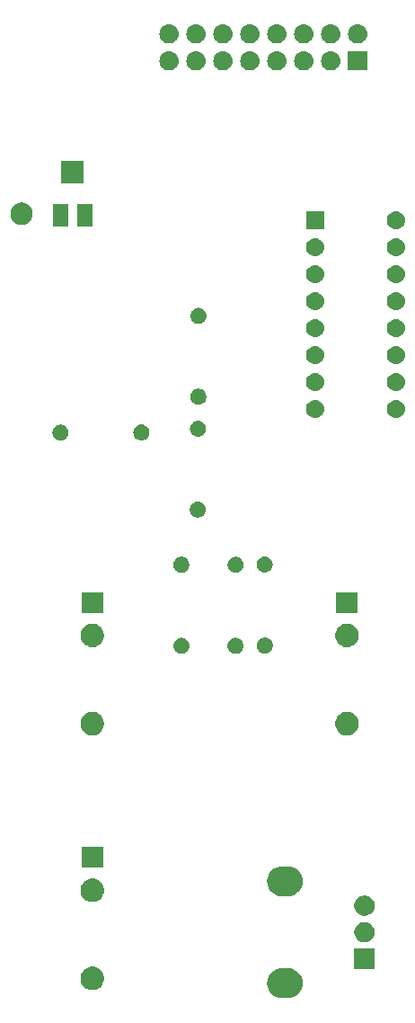
<source format=gbr>
G04 #@! TF.GenerationSoftware,KiCad,Pcbnew,(5.1.4-0)*
G04 #@! TF.CreationDate,2019-09-06T00:12:38-05:00*
G04 #@! TF.ProjectId,attenuverter,61747465-6e75-4766-9572-7465722e6b69,rev?*
G04 #@! TF.SameCoordinates,Original*
G04 #@! TF.FileFunction,Soldermask,Top*
G04 #@! TF.FilePolarity,Negative*
%FSLAX46Y46*%
G04 Gerber Fmt 4.6, Leading zero omitted, Abs format (unit mm)*
G04 Created by KiCad (PCBNEW (5.1.4-0)) date 2019-09-06 00:12:38*
%MOMM*%
%LPD*%
G04 APERTURE LIST*
%ADD10C,0.100000*%
G04 APERTURE END LIST*
D10*
G36*
X130548412Y-143445805D02*
G01*
X130686604Y-143459416D01*
X130952579Y-143540099D01*
X130952581Y-143540100D01*
X131197701Y-143671119D01*
X131412556Y-143847444D01*
X131588881Y-144062299D01*
X131710633Y-144290082D01*
X131719901Y-144307421D01*
X131800584Y-144573396D01*
X131827827Y-144850000D01*
X131800584Y-145126604D01*
X131719901Y-145392579D01*
X131719900Y-145392581D01*
X131588881Y-145637701D01*
X131412556Y-145852556D01*
X131197701Y-146028881D01*
X130952581Y-146159900D01*
X130952579Y-146159901D01*
X130686604Y-146240584D01*
X130548412Y-146254195D01*
X130479317Y-146261000D01*
X129820683Y-146261000D01*
X129751588Y-146254195D01*
X129613396Y-146240584D01*
X129347421Y-146159901D01*
X129347419Y-146159900D01*
X129102299Y-146028881D01*
X128887444Y-145852556D01*
X128711119Y-145637701D01*
X128580100Y-145392581D01*
X128580099Y-145392579D01*
X128499416Y-145126604D01*
X128472173Y-144850000D01*
X128499416Y-144573396D01*
X128580099Y-144307421D01*
X128589367Y-144290082D01*
X128711119Y-144062299D01*
X128887444Y-143847444D01*
X129102299Y-143671119D01*
X129347419Y-143540100D01*
X129347421Y-143540099D01*
X129613396Y-143459416D01*
X129751588Y-143445805D01*
X129820683Y-143439000D01*
X130479317Y-143439000D01*
X130548412Y-143445805D01*
X130548412Y-143445805D01*
G37*
G36*
X112253655Y-143312591D02*
G01*
X112325525Y-143326887D01*
X112528624Y-143411013D01*
X112711409Y-143533146D01*
X112866854Y-143688591D01*
X112988987Y-143871376D01*
X113073113Y-144074475D01*
X113116000Y-144290084D01*
X113116000Y-144509916D01*
X113073113Y-144725525D01*
X112988987Y-144928624D01*
X112866854Y-145111409D01*
X112711409Y-145266854D01*
X112528624Y-145388987D01*
X112325525Y-145473113D01*
X112253655Y-145487409D01*
X112109918Y-145516000D01*
X111890082Y-145516000D01*
X111746345Y-145487409D01*
X111674475Y-145473113D01*
X111471376Y-145388987D01*
X111288591Y-145266854D01*
X111133146Y-145111409D01*
X111011013Y-144928624D01*
X110926887Y-144725525D01*
X110884000Y-144509916D01*
X110884000Y-144290084D01*
X110926887Y-144074475D01*
X111011013Y-143871376D01*
X111133146Y-143688591D01*
X111288591Y-143533146D01*
X111471376Y-143411013D01*
X111674475Y-143326887D01*
X111746345Y-143312591D01*
X111890082Y-143284000D01*
X112109918Y-143284000D01*
X112253655Y-143312591D01*
X112253655Y-143312591D01*
G37*
G36*
X138601000Y-143501000D02*
G01*
X136699000Y-143501000D01*
X136699000Y-141599000D01*
X138601000Y-141599000D01*
X138601000Y-143501000D01*
X138601000Y-143501000D01*
G37*
G36*
X137927395Y-139135546D02*
G01*
X138100466Y-139207234D01*
X138100467Y-139207235D01*
X138256227Y-139311310D01*
X138388690Y-139443773D01*
X138388691Y-139443775D01*
X138492766Y-139599534D01*
X138564454Y-139772605D01*
X138601000Y-139956333D01*
X138601000Y-140143667D01*
X138564454Y-140327395D01*
X138492766Y-140500466D01*
X138492765Y-140500467D01*
X138388690Y-140656227D01*
X138256227Y-140788690D01*
X138177818Y-140841081D01*
X138100466Y-140892766D01*
X137927395Y-140964454D01*
X137743667Y-141001000D01*
X137556333Y-141001000D01*
X137372605Y-140964454D01*
X137199534Y-140892766D01*
X137122182Y-140841081D01*
X137043773Y-140788690D01*
X136911310Y-140656227D01*
X136807235Y-140500467D01*
X136807234Y-140500466D01*
X136735546Y-140327395D01*
X136699000Y-140143667D01*
X136699000Y-139956333D01*
X136735546Y-139772605D01*
X136807234Y-139599534D01*
X136911309Y-139443775D01*
X136911310Y-139443773D01*
X137043773Y-139311310D01*
X137199533Y-139207235D01*
X137199534Y-139207234D01*
X137372605Y-139135546D01*
X137556333Y-139099000D01*
X137743667Y-139099000D01*
X137927395Y-139135546D01*
X137927395Y-139135546D01*
G37*
G36*
X137927395Y-136635546D02*
G01*
X138100466Y-136707234D01*
X138100467Y-136707235D01*
X138256227Y-136811310D01*
X138388690Y-136943773D01*
X138388691Y-136943775D01*
X138492766Y-137099534D01*
X138564454Y-137272605D01*
X138601000Y-137456333D01*
X138601000Y-137643667D01*
X138564454Y-137827395D01*
X138492766Y-138000466D01*
X138492765Y-138000467D01*
X138388690Y-138156227D01*
X138256227Y-138288690D01*
X138177818Y-138341081D01*
X138100466Y-138392766D01*
X137927395Y-138464454D01*
X137743667Y-138501000D01*
X137556333Y-138501000D01*
X137372605Y-138464454D01*
X137199534Y-138392766D01*
X137122182Y-138341081D01*
X137043773Y-138288690D01*
X136911310Y-138156227D01*
X136807235Y-138000467D01*
X136807234Y-138000466D01*
X136735546Y-137827395D01*
X136699000Y-137643667D01*
X136699000Y-137456333D01*
X136735546Y-137272605D01*
X136807234Y-137099534D01*
X136911309Y-136943775D01*
X136911310Y-136943773D01*
X137043773Y-136811310D01*
X137199533Y-136707235D01*
X137199534Y-136707234D01*
X137372605Y-136635546D01*
X137556333Y-136599000D01*
X137743667Y-136599000D01*
X137927395Y-136635546D01*
X137927395Y-136635546D01*
G37*
G36*
X112253655Y-135012591D02*
G01*
X112325525Y-135026887D01*
X112528624Y-135111013D01*
X112711409Y-135233146D01*
X112866854Y-135388591D01*
X112988987Y-135571376D01*
X112988987Y-135571377D01*
X113073113Y-135774476D01*
X113116000Y-135990082D01*
X113116000Y-136209918D01*
X113087409Y-136353655D01*
X113073113Y-136425525D01*
X112988987Y-136628624D01*
X112866854Y-136811409D01*
X112711409Y-136966854D01*
X112528624Y-137088987D01*
X112325525Y-137173113D01*
X112253655Y-137187409D01*
X112109918Y-137216000D01*
X111890082Y-137216000D01*
X111746345Y-137187409D01*
X111674475Y-137173113D01*
X111471376Y-137088987D01*
X111288591Y-136966854D01*
X111133146Y-136811409D01*
X111011013Y-136628624D01*
X110926887Y-136425525D01*
X110912591Y-136353655D01*
X110884000Y-136209918D01*
X110884000Y-135990082D01*
X110926887Y-135774476D01*
X111011013Y-135571377D01*
X111011013Y-135571376D01*
X111133146Y-135388591D01*
X111288591Y-135233146D01*
X111471376Y-135111013D01*
X111674475Y-135026887D01*
X111746345Y-135012591D01*
X111890082Y-134984000D01*
X112109918Y-134984000D01*
X112253655Y-135012591D01*
X112253655Y-135012591D01*
G37*
G36*
X130548412Y-133845805D02*
G01*
X130686604Y-133859416D01*
X130952579Y-133940099D01*
X130952581Y-133940100D01*
X131197701Y-134071119D01*
X131412556Y-134247444D01*
X131588880Y-134462298D01*
X131719901Y-134707421D01*
X131800584Y-134973396D01*
X131827827Y-135250000D01*
X131800584Y-135526604D01*
X131719901Y-135792579D01*
X131719900Y-135792581D01*
X131588881Y-136037701D01*
X131412556Y-136252556D01*
X131197701Y-136428881D01*
X130952581Y-136559900D01*
X130952579Y-136559901D01*
X130686604Y-136640584D01*
X130548412Y-136654195D01*
X130479317Y-136661000D01*
X129820683Y-136661000D01*
X129751588Y-136654195D01*
X129613396Y-136640584D01*
X129347421Y-136559901D01*
X129347419Y-136559900D01*
X129102299Y-136428881D01*
X128887444Y-136252556D01*
X128711119Y-136037701D01*
X128580100Y-135792581D01*
X128580099Y-135792579D01*
X128499416Y-135526604D01*
X128472173Y-135250000D01*
X128499416Y-134973396D01*
X128580099Y-134707421D01*
X128711120Y-134462298D01*
X128887444Y-134247444D01*
X129102299Y-134071119D01*
X129347419Y-133940100D01*
X129347421Y-133940099D01*
X129613396Y-133859416D01*
X129751588Y-133845805D01*
X129820683Y-133839000D01*
X130479317Y-133839000D01*
X130548412Y-133845805D01*
X130548412Y-133845805D01*
G37*
G36*
X113016000Y-133966000D02*
G01*
X110984000Y-133966000D01*
X110984000Y-132034000D01*
X113016000Y-132034000D01*
X113016000Y-133966000D01*
X113016000Y-133966000D01*
G37*
G36*
X136253655Y-119312591D02*
G01*
X136325525Y-119326887D01*
X136528624Y-119411013D01*
X136711409Y-119533146D01*
X136866854Y-119688591D01*
X136988987Y-119871376D01*
X137073113Y-120074475D01*
X137116000Y-120290084D01*
X137116000Y-120509916D01*
X137073113Y-120725525D01*
X136988987Y-120928624D01*
X136866854Y-121111409D01*
X136711409Y-121266854D01*
X136528624Y-121388987D01*
X136325525Y-121473113D01*
X136253655Y-121487409D01*
X136109918Y-121516000D01*
X135890082Y-121516000D01*
X135746345Y-121487409D01*
X135674475Y-121473113D01*
X135471376Y-121388987D01*
X135288591Y-121266854D01*
X135133146Y-121111409D01*
X135011013Y-120928624D01*
X134926887Y-120725525D01*
X134884000Y-120509916D01*
X134884000Y-120290084D01*
X134926887Y-120074475D01*
X135011013Y-119871376D01*
X135133146Y-119688591D01*
X135288591Y-119533146D01*
X135471376Y-119411013D01*
X135674475Y-119326887D01*
X135746345Y-119312591D01*
X135890082Y-119284000D01*
X136109918Y-119284000D01*
X136253655Y-119312591D01*
X136253655Y-119312591D01*
G37*
G36*
X112253655Y-119312591D02*
G01*
X112325525Y-119326887D01*
X112528624Y-119411013D01*
X112711409Y-119533146D01*
X112866854Y-119688591D01*
X112988987Y-119871376D01*
X113073113Y-120074475D01*
X113116000Y-120290084D01*
X113116000Y-120509916D01*
X113073113Y-120725525D01*
X112988987Y-120928624D01*
X112866854Y-121111409D01*
X112711409Y-121266854D01*
X112528624Y-121388987D01*
X112325525Y-121473113D01*
X112253655Y-121487409D01*
X112109918Y-121516000D01*
X111890082Y-121516000D01*
X111746345Y-121487409D01*
X111674475Y-121473113D01*
X111471376Y-121388987D01*
X111288591Y-121266854D01*
X111133146Y-121111409D01*
X111011013Y-120928624D01*
X110926887Y-120725525D01*
X110884000Y-120509916D01*
X110884000Y-120290084D01*
X110926887Y-120074475D01*
X111011013Y-119871376D01*
X111133146Y-119688591D01*
X111288591Y-119533146D01*
X111471376Y-119411013D01*
X111674475Y-119326887D01*
X111746345Y-119312591D01*
X111890082Y-119284000D01*
X112109918Y-119284000D01*
X112253655Y-119312591D01*
X112253655Y-119312591D01*
G37*
G36*
X120473665Y-112322622D02*
G01*
X120547222Y-112329867D01*
X120688786Y-112372810D01*
X120819252Y-112442546D01*
X120848634Y-112466659D01*
X120933607Y-112536393D01*
X121003008Y-112620960D01*
X121027454Y-112650748D01*
X121097190Y-112781214D01*
X121140133Y-112922778D01*
X121154633Y-113070000D01*
X121140133Y-113217222D01*
X121097190Y-113358786D01*
X121027454Y-113489252D01*
X121003008Y-113519040D01*
X120933607Y-113603607D01*
X120849040Y-113673008D01*
X120819252Y-113697454D01*
X120688786Y-113767190D01*
X120547222Y-113810133D01*
X120473665Y-113817378D01*
X120436888Y-113821000D01*
X120363112Y-113821000D01*
X120326335Y-113817378D01*
X120252778Y-113810133D01*
X120111214Y-113767190D01*
X119980748Y-113697454D01*
X119950960Y-113673008D01*
X119866393Y-113603607D01*
X119796992Y-113519040D01*
X119772546Y-113489252D01*
X119702810Y-113358786D01*
X119659867Y-113217222D01*
X119645367Y-113070000D01*
X119659867Y-112922778D01*
X119702810Y-112781214D01*
X119772546Y-112650748D01*
X119796992Y-112620960D01*
X119866393Y-112536393D01*
X119951366Y-112466659D01*
X119980748Y-112442546D01*
X120111214Y-112372810D01*
X120252778Y-112329867D01*
X120326335Y-112322622D01*
X120363112Y-112319000D01*
X120436888Y-112319000D01*
X120473665Y-112322622D01*
X120473665Y-112322622D01*
G37*
G36*
X125573665Y-112322622D02*
G01*
X125647222Y-112329867D01*
X125788786Y-112372810D01*
X125919252Y-112442546D01*
X125948634Y-112466659D01*
X126033607Y-112536393D01*
X126103008Y-112620960D01*
X126127454Y-112650748D01*
X126197190Y-112781214D01*
X126240133Y-112922778D01*
X126254633Y-113070000D01*
X126240133Y-113217222D01*
X126197190Y-113358786D01*
X126127454Y-113489252D01*
X126103008Y-113519040D01*
X126033607Y-113603607D01*
X125949040Y-113673008D01*
X125919252Y-113697454D01*
X125788786Y-113767190D01*
X125647222Y-113810133D01*
X125573665Y-113817378D01*
X125536888Y-113821000D01*
X125463112Y-113821000D01*
X125426335Y-113817378D01*
X125352778Y-113810133D01*
X125211214Y-113767190D01*
X125080748Y-113697454D01*
X125050960Y-113673008D01*
X124966393Y-113603607D01*
X124896992Y-113519040D01*
X124872546Y-113489252D01*
X124802810Y-113358786D01*
X124759867Y-113217222D01*
X124745367Y-113070000D01*
X124759867Y-112922778D01*
X124802810Y-112781214D01*
X124872546Y-112650748D01*
X124896992Y-112620960D01*
X124966393Y-112536393D01*
X125051366Y-112466659D01*
X125080748Y-112442546D01*
X125211214Y-112372810D01*
X125352778Y-112329867D01*
X125426335Y-112322622D01*
X125463112Y-112319000D01*
X125536888Y-112319000D01*
X125573665Y-112322622D01*
X125573665Y-112322622D01*
G37*
G36*
X128424516Y-112319000D02*
G01*
X128469059Y-112327860D01*
X128605732Y-112384472D01*
X128728735Y-112466660D01*
X128833340Y-112571265D01*
X128833341Y-112571267D01*
X128915529Y-112694270D01*
X128972140Y-112830941D01*
X129001000Y-112976032D01*
X129001000Y-113123968D01*
X128982694Y-113216000D01*
X128972140Y-113269059D01*
X128915528Y-113405732D01*
X128833340Y-113528735D01*
X128728735Y-113633340D01*
X128605732Y-113715528D01*
X128605731Y-113715529D01*
X128605730Y-113715529D01*
X128469059Y-113772140D01*
X128323968Y-113801000D01*
X128176032Y-113801000D01*
X128030941Y-113772140D01*
X127894270Y-113715529D01*
X127894269Y-113715529D01*
X127894268Y-113715528D01*
X127771265Y-113633340D01*
X127666660Y-113528735D01*
X127584472Y-113405732D01*
X127527860Y-113269059D01*
X127517306Y-113216000D01*
X127499000Y-113123968D01*
X127499000Y-112976032D01*
X127527860Y-112830941D01*
X127584471Y-112694270D01*
X127666659Y-112571267D01*
X127666660Y-112571265D01*
X127771265Y-112466660D01*
X127894268Y-112384472D01*
X128030941Y-112327860D01*
X128075484Y-112319000D01*
X128176032Y-112299000D01*
X128323968Y-112299000D01*
X128424516Y-112319000D01*
X128424516Y-112319000D01*
G37*
G36*
X136253655Y-111012591D02*
G01*
X136325525Y-111026887D01*
X136528624Y-111111013D01*
X136711409Y-111233146D01*
X136866854Y-111388591D01*
X136988987Y-111571376D01*
X137073113Y-111774475D01*
X137116000Y-111990084D01*
X137116000Y-112209916D01*
X137073113Y-112425525D01*
X136988987Y-112628624D01*
X136866854Y-112811409D01*
X136711409Y-112966854D01*
X136528624Y-113088987D01*
X136325525Y-113173113D01*
X136253655Y-113187409D01*
X136109918Y-113216000D01*
X135890082Y-113216000D01*
X135746345Y-113187409D01*
X135674475Y-113173113D01*
X135471376Y-113088987D01*
X135288591Y-112966854D01*
X135133146Y-112811409D01*
X135011013Y-112628624D01*
X134926887Y-112425525D01*
X134884000Y-112209916D01*
X134884000Y-111990084D01*
X134926887Y-111774475D01*
X135011013Y-111571376D01*
X135133146Y-111388591D01*
X135288591Y-111233146D01*
X135471376Y-111111013D01*
X135674475Y-111026887D01*
X135746345Y-111012591D01*
X135890082Y-110984000D01*
X136109918Y-110984000D01*
X136253655Y-111012591D01*
X136253655Y-111012591D01*
G37*
G36*
X112253655Y-111012591D02*
G01*
X112325525Y-111026887D01*
X112528624Y-111111013D01*
X112711409Y-111233146D01*
X112866854Y-111388591D01*
X112988987Y-111571376D01*
X113073113Y-111774475D01*
X113116000Y-111990084D01*
X113116000Y-112209916D01*
X113073113Y-112425525D01*
X112988987Y-112628624D01*
X112866854Y-112811409D01*
X112711409Y-112966854D01*
X112528624Y-113088987D01*
X112325525Y-113173113D01*
X112253655Y-113187409D01*
X112109918Y-113216000D01*
X111890082Y-113216000D01*
X111746345Y-113187409D01*
X111674475Y-113173113D01*
X111471376Y-113088987D01*
X111288591Y-112966854D01*
X111133146Y-112811409D01*
X111011013Y-112628624D01*
X110926887Y-112425525D01*
X110884000Y-112209916D01*
X110884000Y-111990084D01*
X110926887Y-111774475D01*
X111011013Y-111571376D01*
X111133146Y-111388591D01*
X111288591Y-111233146D01*
X111471376Y-111111013D01*
X111674475Y-111026887D01*
X111746345Y-111012591D01*
X111890082Y-110984000D01*
X112109918Y-110984000D01*
X112253655Y-111012591D01*
X112253655Y-111012591D01*
G37*
G36*
X137016000Y-109966000D02*
G01*
X134984000Y-109966000D01*
X134984000Y-108034000D01*
X137016000Y-108034000D01*
X137016000Y-109966000D01*
X137016000Y-109966000D01*
G37*
G36*
X113016000Y-109966000D02*
G01*
X110984000Y-109966000D01*
X110984000Y-108034000D01*
X113016000Y-108034000D01*
X113016000Y-109966000D01*
X113016000Y-109966000D01*
G37*
G36*
X125719059Y-104727860D02*
G01*
X125855732Y-104784472D01*
X125978735Y-104866660D01*
X126083340Y-104971265D01*
X126165528Y-105094268D01*
X126222140Y-105230941D01*
X126251000Y-105376033D01*
X126251000Y-105523967D01*
X126222140Y-105669059D01*
X126165528Y-105805732D01*
X126083340Y-105928735D01*
X125978735Y-106033340D01*
X125855732Y-106115528D01*
X125855731Y-106115529D01*
X125855730Y-106115529D01*
X125719059Y-106172140D01*
X125573968Y-106201000D01*
X125426032Y-106201000D01*
X125280941Y-106172140D01*
X125144270Y-106115529D01*
X125144269Y-106115529D01*
X125144268Y-106115528D01*
X125021265Y-106033340D01*
X124916660Y-105928735D01*
X124834472Y-105805732D01*
X124777860Y-105669059D01*
X124749000Y-105523967D01*
X124749000Y-105376033D01*
X124777860Y-105230941D01*
X124834472Y-105094268D01*
X124916660Y-104971265D01*
X125021265Y-104866660D01*
X125144268Y-104784472D01*
X125280941Y-104727860D01*
X125426032Y-104699000D01*
X125573968Y-104699000D01*
X125719059Y-104727860D01*
X125719059Y-104727860D01*
G37*
G36*
X120619059Y-104727860D02*
G01*
X120755732Y-104784472D01*
X120878735Y-104866660D01*
X120983340Y-104971265D01*
X121065528Y-105094268D01*
X121122140Y-105230941D01*
X121151000Y-105376033D01*
X121151000Y-105523967D01*
X121122140Y-105669059D01*
X121065528Y-105805732D01*
X120983340Y-105928735D01*
X120878735Y-106033340D01*
X120755732Y-106115528D01*
X120755731Y-106115529D01*
X120755730Y-106115529D01*
X120619059Y-106172140D01*
X120473968Y-106201000D01*
X120326032Y-106201000D01*
X120180941Y-106172140D01*
X120044270Y-106115529D01*
X120044269Y-106115529D01*
X120044268Y-106115528D01*
X119921265Y-106033340D01*
X119816660Y-105928735D01*
X119734472Y-105805732D01*
X119677860Y-105669059D01*
X119649000Y-105523967D01*
X119649000Y-105376033D01*
X119677860Y-105230941D01*
X119734472Y-105094268D01*
X119816660Y-104971265D01*
X119921265Y-104866660D01*
X120044268Y-104784472D01*
X120180941Y-104727860D01*
X120326032Y-104699000D01*
X120473968Y-104699000D01*
X120619059Y-104727860D01*
X120619059Y-104727860D01*
G37*
G36*
X128323665Y-104682622D02*
G01*
X128397222Y-104689867D01*
X128538786Y-104732810D01*
X128669252Y-104802546D01*
X128699040Y-104826992D01*
X128783607Y-104896393D01*
X128845051Y-104971265D01*
X128877454Y-105010748D01*
X128947190Y-105141214D01*
X128990133Y-105282778D01*
X129004633Y-105430000D01*
X128990133Y-105577222D01*
X128947190Y-105718786D01*
X128877454Y-105849252D01*
X128853008Y-105879040D01*
X128783607Y-105963607D01*
X128699040Y-106033008D01*
X128669252Y-106057454D01*
X128538786Y-106127190D01*
X128397222Y-106170133D01*
X128323665Y-106177378D01*
X128286888Y-106181000D01*
X128213112Y-106181000D01*
X128176335Y-106177378D01*
X128102778Y-106170133D01*
X127961214Y-106127190D01*
X127830748Y-106057454D01*
X127800960Y-106033008D01*
X127716393Y-105963607D01*
X127646992Y-105879040D01*
X127622546Y-105849252D01*
X127552810Y-105718786D01*
X127509867Y-105577222D01*
X127495367Y-105430000D01*
X127509867Y-105282778D01*
X127552810Y-105141214D01*
X127622546Y-105010748D01*
X127654949Y-104971265D01*
X127716393Y-104896393D01*
X127800960Y-104826992D01*
X127830748Y-104802546D01*
X127961214Y-104732810D01*
X128102778Y-104689867D01*
X128176335Y-104682622D01*
X128213112Y-104679000D01*
X128286888Y-104679000D01*
X128323665Y-104682622D01*
X128323665Y-104682622D01*
G37*
G36*
X122169059Y-99527860D02*
G01*
X122305732Y-99584472D01*
X122428735Y-99666660D01*
X122533340Y-99771265D01*
X122615528Y-99894268D01*
X122672140Y-100030941D01*
X122701000Y-100176033D01*
X122701000Y-100323967D01*
X122672140Y-100469059D01*
X122615528Y-100605732D01*
X122533340Y-100728735D01*
X122428735Y-100833340D01*
X122305732Y-100915528D01*
X122305731Y-100915529D01*
X122305730Y-100915529D01*
X122169059Y-100972140D01*
X122023968Y-101001000D01*
X121876032Y-101001000D01*
X121730941Y-100972140D01*
X121594270Y-100915529D01*
X121594269Y-100915529D01*
X121594268Y-100915528D01*
X121471265Y-100833340D01*
X121366660Y-100728735D01*
X121284472Y-100605732D01*
X121227860Y-100469059D01*
X121199000Y-100323967D01*
X121199000Y-100176033D01*
X121227860Y-100030941D01*
X121284472Y-99894268D01*
X121366660Y-99771265D01*
X121471265Y-99666660D01*
X121594268Y-99584472D01*
X121730941Y-99527860D01*
X121876032Y-99499000D01*
X122023968Y-99499000D01*
X122169059Y-99527860D01*
X122169059Y-99527860D01*
G37*
G36*
X109219059Y-92277860D02*
G01*
X109279294Y-92302810D01*
X109355732Y-92334472D01*
X109478735Y-92416660D01*
X109583340Y-92521265D01*
X109665528Y-92644268D01*
X109722140Y-92780941D01*
X109751000Y-92926033D01*
X109751000Y-93073967D01*
X109722140Y-93219059D01*
X109665528Y-93355732D01*
X109583340Y-93478735D01*
X109478735Y-93583340D01*
X109355732Y-93665528D01*
X109355731Y-93665529D01*
X109355730Y-93665529D01*
X109219059Y-93722140D01*
X109073968Y-93751000D01*
X108926032Y-93751000D01*
X108780941Y-93722140D01*
X108644270Y-93665529D01*
X108644269Y-93665529D01*
X108644268Y-93665528D01*
X108521265Y-93583340D01*
X108416660Y-93478735D01*
X108334472Y-93355732D01*
X108277860Y-93219059D01*
X108249000Y-93073967D01*
X108249000Y-92926033D01*
X108277860Y-92780941D01*
X108334472Y-92644268D01*
X108416660Y-92521265D01*
X108521265Y-92416660D01*
X108644268Y-92334472D01*
X108720707Y-92302810D01*
X108780941Y-92277860D01*
X108926032Y-92249000D01*
X109073968Y-92249000D01*
X109219059Y-92277860D01*
X109219059Y-92277860D01*
G37*
G36*
X116693665Y-92252622D02*
G01*
X116767222Y-92259867D01*
X116908786Y-92302810D01*
X117039252Y-92372546D01*
X117069040Y-92396992D01*
X117153607Y-92466393D01*
X117223008Y-92550960D01*
X117247454Y-92580748D01*
X117317190Y-92711214D01*
X117360133Y-92852778D01*
X117374633Y-93000000D01*
X117360133Y-93147222D01*
X117338341Y-93219059D01*
X117317189Y-93288788D01*
X117282322Y-93354019D01*
X117247454Y-93419252D01*
X117223008Y-93449040D01*
X117153607Y-93533607D01*
X117093004Y-93583341D01*
X117039252Y-93627454D01*
X116908786Y-93697190D01*
X116767222Y-93740133D01*
X116693665Y-93747378D01*
X116656888Y-93751000D01*
X116583112Y-93751000D01*
X116546335Y-93747378D01*
X116472778Y-93740133D01*
X116331214Y-93697190D01*
X116200748Y-93627454D01*
X116146996Y-93583341D01*
X116086393Y-93533607D01*
X116016992Y-93449040D01*
X115992546Y-93419252D01*
X115957678Y-93354019D01*
X115922811Y-93288788D01*
X115901659Y-93219059D01*
X115879867Y-93147222D01*
X115865367Y-93000000D01*
X115879867Y-92852778D01*
X115922810Y-92711214D01*
X115992546Y-92580748D01*
X116016992Y-92550960D01*
X116086393Y-92466393D01*
X116170960Y-92396992D01*
X116200748Y-92372546D01*
X116331214Y-92302810D01*
X116472778Y-92259867D01*
X116546335Y-92252622D01*
X116583112Y-92249000D01*
X116656888Y-92249000D01*
X116693665Y-92252622D01*
X116693665Y-92252622D01*
G37*
G36*
X122023665Y-91882622D02*
G01*
X122097222Y-91889867D01*
X122238786Y-91932810D01*
X122369252Y-92002546D01*
X122399040Y-92026992D01*
X122483607Y-92096393D01*
X122553008Y-92180960D01*
X122577454Y-92210748D01*
X122577455Y-92210750D01*
X122626663Y-92302810D01*
X122647190Y-92341214D01*
X122690133Y-92482778D01*
X122704633Y-92630000D01*
X122690133Y-92777222D01*
X122647190Y-92918786D01*
X122577454Y-93049252D01*
X122557171Y-93073967D01*
X122483607Y-93163607D01*
X122399040Y-93233008D01*
X122369252Y-93257454D01*
X122238786Y-93327190D01*
X122097222Y-93370133D01*
X122023665Y-93377378D01*
X121986888Y-93381000D01*
X121913112Y-93381000D01*
X121876335Y-93377378D01*
X121802778Y-93370133D01*
X121661214Y-93327190D01*
X121530748Y-93257454D01*
X121500960Y-93233008D01*
X121416393Y-93163607D01*
X121342829Y-93073967D01*
X121322546Y-93049252D01*
X121252810Y-92918786D01*
X121209867Y-92777222D01*
X121195367Y-92630000D01*
X121209867Y-92482778D01*
X121252810Y-92341214D01*
X121273338Y-92302810D01*
X121322545Y-92210750D01*
X121322546Y-92210748D01*
X121346992Y-92180960D01*
X121416393Y-92096393D01*
X121500960Y-92026992D01*
X121530748Y-92002546D01*
X121661214Y-91932810D01*
X121802778Y-91889867D01*
X121876335Y-91882622D01*
X121913112Y-91879000D01*
X121986888Y-91879000D01*
X122023665Y-91882622D01*
X122023665Y-91882622D01*
G37*
G36*
X133166823Y-89941313D02*
G01*
X133327242Y-89989976D01*
X133459906Y-90060886D01*
X133475078Y-90068996D01*
X133604659Y-90175341D01*
X133711004Y-90304922D01*
X133711005Y-90304924D01*
X133790024Y-90452758D01*
X133838687Y-90613177D01*
X133855117Y-90780000D01*
X133838687Y-90946823D01*
X133790024Y-91107242D01*
X133719114Y-91239906D01*
X133711004Y-91255078D01*
X133604659Y-91384659D01*
X133475078Y-91491004D01*
X133475076Y-91491005D01*
X133327242Y-91570024D01*
X133166823Y-91618687D01*
X133041804Y-91631000D01*
X132958196Y-91631000D01*
X132833177Y-91618687D01*
X132672758Y-91570024D01*
X132524924Y-91491005D01*
X132524922Y-91491004D01*
X132395341Y-91384659D01*
X132288996Y-91255078D01*
X132280886Y-91239906D01*
X132209976Y-91107242D01*
X132161313Y-90946823D01*
X132144883Y-90780000D01*
X132161313Y-90613177D01*
X132209976Y-90452758D01*
X132288995Y-90304924D01*
X132288996Y-90304922D01*
X132395341Y-90175341D01*
X132524922Y-90068996D01*
X132540094Y-90060886D01*
X132672758Y-89989976D01*
X132833177Y-89941313D01*
X132958196Y-89929000D01*
X133041804Y-89929000D01*
X133166823Y-89941313D01*
X133166823Y-89941313D01*
G37*
G36*
X140786823Y-89941313D02*
G01*
X140947242Y-89989976D01*
X141079906Y-90060886D01*
X141095078Y-90068996D01*
X141224659Y-90175341D01*
X141331004Y-90304922D01*
X141331005Y-90304924D01*
X141410024Y-90452758D01*
X141458687Y-90613177D01*
X141475117Y-90780000D01*
X141458687Y-90946823D01*
X141410024Y-91107242D01*
X141339114Y-91239906D01*
X141331004Y-91255078D01*
X141224659Y-91384659D01*
X141095078Y-91491004D01*
X141095076Y-91491005D01*
X140947242Y-91570024D01*
X140786823Y-91618687D01*
X140661804Y-91631000D01*
X140578196Y-91631000D01*
X140453177Y-91618687D01*
X140292758Y-91570024D01*
X140144924Y-91491005D01*
X140144922Y-91491004D01*
X140015341Y-91384659D01*
X139908996Y-91255078D01*
X139900886Y-91239906D01*
X139829976Y-91107242D01*
X139781313Y-90946823D01*
X139764883Y-90780000D01*
X139781313Y-90613177D01*
X139829976Y-90452758D01*
X139908995Y-90304924D01*
X139908996Y-90304922D01*
X140015341Y-90175341D01*
X140144922Y-90068996D01*
X140160094Y-90060886D01*
X140292758Y-89989976D01*
X140453177Y-89941313D01*
X140578196Y-89929000D01*
X140661804Y-89929000D01*
X140786823Y-89941313D01*
X140786823Y-89941313D01*
G37*
G36*
X122219059Y-88897860D02*
G01*
X122355732Y-88954472D01*
X122478735Y-89036660D01*
X122583340Y-89141265D01*
X122583341Y-89141267D01*
X122665529Y-89264270D01*
X122722140Y-89400941D01*
X122751000Y-89546032D01*
X122751000Y-89693968D01*
X122722140Y-89839059D01*
X122679785Y-89941314D01*
X122665528Y-89975732D01*
X122583340Y-90098735D01*
X122478735Y-90203340D01*
X122355732Y-90285528D01*
X122355731Y-90285529D01*
X122355730Y-90285529D01*
X122219059Y-90342140D01*
X122073968Y-90371000D01*
X121926032Y-90371000D01*
X121780941Y-90342140D01*
X121644270Y-90285529D01*
X121644269Y-90285529D01*
X121644268Y-90285528D01*
X121521265Y-90203340D01*
X121416660Y-90098735D01*
X121334472Y-89975732D01*
X121320216Y-89941314D01*
X121277860Y-89839059D01*
X121249000Y-89693968D01*
X121249000Y-89546032D01*
X121277860Y-89400941D01*
X121334471Y-89264270D01*
X121416659Y-89141267D01*
X121416660Y-89141265D01*
X121521265Y-89036660D01*
X121644268Y-88954472D01*
X121780941Y-88897860D01*
X121926032Y-88869000D01*
X122073968Y-88869000D01*
X122219059Y-88897860D01*
X122219059Y-88897860D01*
G37*
G36*
X140786823Y-87401313D02*
G01*
X140947242Y-87449976D01*
X141079906Y-87520886D01*
X141095078Y-87528996D01*
X141224659Y-87635341D01*
X141331004Y-87764922D01*
X141331005Y-87764924D01*
X141410024Y-87912758D01*
X141458687Y-88073177D01*
X141475117Y-88240000D01*
X141458687Y-88406823D01*
X141410024Y-88567242D01*
X141339114Y-88699906D01*
X141331004Y-88715078D01*
X141224659Y-88844659D01*
X141095078Y-88951004D01*
X141095076Y-88951005D01*
X140947242Y-89030024D01*
X140786823Y-89078687D01*
X140661804Y-89091000D01*
X140578196Y-89091000D01*
X140453177Y-89078687D01*
X140292758Y-89030024D01*
X140144924Y-88951005D01*
X140144922Y-88951004D01*
X140015341Y-88844659D01*
X139908996Y-88715078D01*
X139900886Y-88699906D01*
X139829976Y-88567242D01*
X139781313Y-88406823D01*
X139764883Y-88240000D01*
X139781313Y-88073177D01*
X139829976Y-87912758D01*
X139908995Y-87764924D01*
X139908996Y-87764922D01*
X140015341Y-87635341D01*
X140144922Y-87528996D01*
X140160094Y-87520886D01*
X140292758Y-87449976D01*
X140453177Y-87401313D01*
X140578196Y-87389000D01*
X140661804Y-87389000D01*
X140786823Y-87401313D01*
X140786823Y-87401313D01*
G37*
G36*
X133166823Y-87401313D02*
G01*
X133327242Y-87449976D01*
X133459906Y-87520886D01*
X133475078Y-87528996D01*
X133604659Y-87635341D01*
X133711004Y-87764922D01*
X133711005Y-87764924D01*
X133790024Y-87912758D01*
X133838687Y-88073177D01*
X133855117Y-88240000D01*
X133838687Y-88406823D01*
X133790024Y-88567242D01*
X133719114Y-88699906D01*
X133711004Y-88715078D01*
X133604659Y-88844659D01*
X133475078Y-88951004D01*
X133475076Y-88951005D01*
X133327242Y-89030024D01*
X133166823Y-89078687D01*
X133041804Y-89091000D01*
X132958196Y-89091000D01*
X132833177Y-89078687D01*
X132672758Y-89030024D01*
X132524924Y-88951005D01*
X132524922Y-88951004D01*
X132395341Y-88844659D01*
X132288996Y-88715078D01*
X132280886Y-88699906D01*
X132209976Y-88567242D01*
X132161313Y-88406823D01*
X132144883Y-88240000D01*
X132161313Y-88073177D01*
X132209976Y-87912758D01*
X132288995Y-87764924D01*
X132288996Y-87764922D01*
X132395341Y-87635341D01*
X132524922Y-87528996D01*
X132540094Y-87520886D01*
X132672758Y-87449976D01*
X132833177Y-87401313D01*
X132958196Y-87389000D01*
X133041804Y-87389000D01*
X133166823Y-87401313D01*
X133166823Y-87401313D01*
G37*
G36*
X140786823Y-84861313D02*
G01*
X140947242Y-84909976D01*
X141079906Y-84980886D01*
X141095078Y-84988996D01*
X141224659Y-85095341D01*
X141331004Y-85224922D01*
X141331005Y-85224924D01*
X141410024Y-85372758D01*
X141458687Y-85533177D01*
X141475117Y-85700000D01*
X141458687Y-85866823D01*
X141410024Y-86027242D01*
X141339114Y-86159906D01*
X141331004Y-86175078D01*
X141224659Y-86304659D01*
X141095078Y-86411004D01*
X141095076Y-86411005D01*
X140947242Y-86490024D01*
X140786823Y-86538687D01*
X140661804Y-86551000D01*
X140578196Y-86551000D01*
X140453177Y-86538687D01*
X140292758Y-86490024D01*
X140144924Y-86411005D01*
X140144922Y-86411004D01*
X140015341Y-86304659D01*
X139908996Y-86175078D01*
X139900886Y-86159906D01*
X139829976Y-86027242D01*
X139781313Y-85866823D01*
X139764883Y-85700000D01*
X139781313Y-85533177D01*
X139829976Y-85372758D01*
X139908995Y-85224924D01*
X139908996Y-85224922D01*
X140015341Y-85095341D01*
X140144922Y-84988996D01*
X140160094Y-84980886D01*
X140292758Y-84909976D01*
X140453177Y-84861313D01*
X140578196Y-84849000D01*
X140661804Y-84849000D01*
X140786823Y-84861313D01*
X140786823Y-84861313D01*
G37*
G36*
X133166823Y-84861313D02*
G01*
X133327242Y-84909976D01*
X133459906Y-84980886D01*
X133475078Y-84988996D01*
X133604659Y-85095341D01*
X133711004Y-85224922D01*
X133711005Y-85224924D01*
X133790024Y-85372758D01*
X133838687Y-85533177D01*
X133855117Y-85700000D01*
X133838687Y-85866823D01*
X133790024Y-86027242D01*
X133719114Y-86159906D01*
X133711004Y-86175078D01*
X133604659Y-86304659D01*
X133475078Y-86411004D01*
X133475076Y-86411005D01*
X133327242Y-86490024D01*
X133166823Y-86538687D01*
X133041804Y-86551000D01*
X132958196Y-86551000D01*
X132833177Y-86538687D01*
X132672758Y-86490024D01*
X132524924Y-86411005D01*
X132524922Y-86411004D01*
X132395341Y-86304659D01*
X132288996Y-86175078D01*
X132280886Y-86159906D01*
X132209976Y-86027242D01*
X132161313Y-85866823D01*
X132144883Y-85700000D01*
X132161313Y-85533177D01*
X132209976Y-85372758D01*
X132288995Y-85224924D01*
X132288996Y-85224922D01*
X132395341Y-85095341D01*
X132524922Y-84988996D01*
X132540094Y-84980886D01*
X132672758Y-84909976D01*
X132833177Y-84861313D01*
X132958196Y-84849000D01*
X133041804Y-84849000D01*
X133166823Y-84861313D01*
X133166823Y-84861313D01*
G37*
G36*
X140786823Y-82321313D02*
G01*
X140947242Y-82369976D01*
X141079906Y-82440886D01*
X141095078Y-82448996D01*
X141224659Y-82555341D01*
X141331004Y-82684922D01*
X141331005Y-82684924D01*
X141410024Y-82832758D01*
X141458687Y-82993177D01*
X141475117Y-83160000D01*
X141458687Y-83326823D01*
X141410024Y-83487242D01*
X141339114Y-83619906D01*
X141331004Y-83635078D01*
X141224659Y-83764659D01*
X141095078Y-83871004D01*
X141095076Y-83871005D01*
X140947242Y-83950024D01*
X140786823Y-83998687D01*
X140661804Y-84011000D01*
X140578196Y-84011000D01*
X140453177Y-83998687D01*
X140292758Y-83950024D01*
X140144924Y-83871005D01*
X140144922Y-83871004D01*
X140015341Y-83764659D01*
X139908996Y-83635078D01*
X139900886Y-83619906D01*
X139829976Y-83487242D01*
X139781313Y-83326823D01*
X139764883Y-83160000D01*
X139781313Y-82993177D01*
X139829976Y-82832758D01*
X139908995Y-82684924D01*
X139908996Y-82684922D01*
X140015341Y-82555341D01*
X140144922Y-82448996D01*
X140160094Y-82440886D01*
X140292758Y-82369976D01*
X140453177Y-82321313D01*
X140578196Y-82309000D01*
X140661804Y-82309000D01*
X140786823Y-82321313D01*
X140786823Y-82321313D01*
G37*
G36*
X133166823Y-82321313D02*
G01*
X133327242Y-82369976D01*
X133459906Y-82440886D01*
X133475078Y-82448996D01*
X133604659Y-82555341D01*
X133711004Y-82684922D01*
X133711005Y-82684924D01*
X133790024Y-82832758D01*
X133838687Y-82993177D01*
X133855117Y-83160000D01*
X133838687Y-83326823D01*
X133790024Y-83487242D01*
X133719114Y-83619906D01*
X133711004Y-83635078D01*
X133604659Y-83764659D01*
X133475078Y-83871004D01*
X133475076Y-83871005D01*
X133327242Y-83950024D01*
X133166823Y-83998687D01*
X133041804Y-84011000D01*
X132958196Y-84011000D01*
X132833177Y-83998687D01*
X132672758Y-83950024D01*
X132524924Y-83871005D01*
X132524922Y-83871004D01*
X132395341Y-83764659D01*
X132288996Y-83635078D01*
X132280886Y-83619906D01*
X132209976Y-83487242D01*
X132161313Y-83326823D01*
X132144883Y-83160000D01*
X132161313Y-82993177D01*
X132209976Y-82832758D01*
X132288995Y-82684924D01*
X132288996Y-82684922D01*
X132395341Y-82555341D01*
X132524922Y-82448996D01*
X132540094Y-82440886D01*
X132672758Y-82369976D01*
X132833177Y-82321313D01*
X132958196Y-82309000D01*
X133041804Y-82309000D01*
X133166823Y-82321313D01*
X133166823Y-82321313D01*
G37*
G36*
X122073665Y-81252622D02*
G01*
X122147222Y-81259867D01*
X122288786Y-81302810D01*
X122419252Y-81372546D01*
X122449040Y-81396992D01*
X122533607Y-81466393D01*
X122603008Y-81550960D01*
X122627454Y-81580748D01*
X122697190Y-81711214D01*
X122740133Y-81852778D01*
X122754633Y-82000000D01*
X122740133Y-82147222D01*
X122697190Y-82288786D01*
X122627454Y-82419252D01*
X122603045Y-82448995D01*
X122533607Y-82533607D01*
X122449040Y-82603008D01*
X122419252Y-82627454D01*
X122288786Y-82697190D01*
X122147222Y-82740133D01*
X122073665Y-82747378D01*
X122036888Y-82751000D01*
X121963112Y-82751000D01*
X121926335Y-82747378D01*
X121852778Y-82740133D01*
X121711214Y-82697190D01*
X121580748Y-82627454D01*
X121550960Y-82603008D01*
X121466393Y-82533607D01*
X121396955Y-82448995D01*
X121372546Y-82419252D01*
X121302810Y-82288786D01*
X121259867Y-82147222D01*
X121245367Y-82000000D01*
X121259867Y-81852778D01*
X121302810Y-81711214D01*
X121372546Y-81580748D01*
X121396992Y-81550960D01*
X121466393Y-81466393D01*
X121550960Y-81396992D01*
X121580748Y-81372546D01*
X121711214Y-81302810D01*
X121852778Y-81259867D01*
X121926335Y-81252622D01*
X121963112Y-81249000D01*
X122036888Y-81249000D01*
X122073665Y-81252622D01*
X122073665Y-81252622D01*
G37*
G36*
X140786823Y-79781313D02*
G01*
X140947242Y-79829976D01*
X141079906Y-79900886D01*
X141095078Y-79908996D01*
X141224659Y-80015341D01*
X141331004Y-80144922D01*
X141331005Y-80144924D01*
X141410024Y-80292758D01*
X141458687Y-80453177D01*
X141475117Y-80620000D01*
X141458687Y-80786823D01*
X141410024Y-80947242D01*
X141339114Y-81079906D01*
X141331004Y-81095078D01*
X141224659Y-81224659D01*
X141095078Y-81331004D01*
X141095076Y-81331005D01*
X140947242Y-81410024D01*
X140786823Y-81458687D01*
X140661804Y-81471000D01*
X140578196Y-81471000D01*
X140453177Y-81458687D01*
X140292758Y-81410024D01*
X140144924Y-81331005D01*
X140144922Y-81331004D01*
X140015341Y-81224659D01*
X139908996Y-81095078D01*
X139900886Y-81079906D01*
X139829976Y-80947242D01*
X139781313Y-80786823D01*
X139764883Y-80620000D01*
X139781313Y-80453177D01*
X139829976Y-80292758D01*
X139908995Y-80144924D01*
X139908996Y-80144922D01*
X140015341Y-80015341D01*
X140144922Y-79908996D01*
X140160094Y-79900886D01*
X140292758Y-79829976D01*
X140453177Y-79781313D01*
X140578196Y-79769000D01*
X140661804Y-79769000D01*
X140786823Y-79781313D01*
X140786823Y-79781313D01*
G37*
G36*
X133166823Y-79781313D02*
G01*
X133327242Y-79829976D01*
X133459906Y-79900886D01*
X133475078Y-79908996D01*
X133604659Y-80015341D01*
X133711004Y-80144922D01*
X133711005Y-80144924D01*
X133790024Y-80292758D01*
X133838687Y-80453177D01*
X133855117Y-80620000D01*
X133838687Y-80786823D01*
X133790024Y-80947242D01*
X133719114Y-81079906D01*
X133711004Y-81095078D01*
X133604659Y-81224659D01*
X133475078Y-81331004D01*
X133475076Y-81331005D01*
X133327242Y-81410024D01*
X133166823Y-81458687D01*
X133041804Y-81471000D01*
X132958196Y-81471000D01*
X132833177Y-81458687D01*
X132672758Y-81410024D01*
X132524924Y-81331005D01*
X132524922Y-81331004D01*
X132395341Y-81224659D01*
X132288996Y-81095078D01*
X132280886Y-81079906D01*
X132209976Y-80947242D01*
X132161313Y-80786823D01*
X132144883Y-80620000D01*
X132161313Y-80453177D01*
X132209976Y-80292758D01*
X132288995Y-80144924D01*
X132288996Y-80144922D01*
X132395341Y-80015341D01*
X132524922Y-79908996D01*
X132540094Y-79900886D01*
X132672758Y-79829976D01*
X132833177Y-79781313D01*
X132958196Y-79769000D01*
X133041804Y-79769000D01*
X133166823Y-79781313D01*
X133166823Y-79781313D01*
G37*
G36*
X133166823Y-77241313D02*
G01*
X133327242Y-77289976D01*
X133459906Y-77360886D01*
X133475078Y-77368996D01*
X133604659Y-77475341D01*
X133711004Y-77604922D01*
X133711005Y-77604924D01*
X133790024Y-77752758D01*
X133838687Y-77913177D01*
X133855117Y-78080000D01*
X133838687Y-78246823D01*
X133790024Y-78407242D01*
X133719114Y-78539906D01*
X133711004Y-78555078D01*
X133604659Y-78684659D01*
X133475078Y-78791004D01*
X133475076Y-78791005D01*
X133327242Y-78870024D01*
X133166823Y-78918687D01*
X133041804Y-78931000D01*
X132958196Y-78931000D01*
X132833177Y-78918687D01*
X132672758Y-78870024D01*
X132524924Y-78791005D01*
X132524922Y-78791004D01*
X132395341Y-78684659D01*
X132288996Y-78555078D01*
X132280886Y-78539906D01*
X132209976Y-78407242D01*
X132161313Y-78246823D01*
X132144883Y-78080000D01*
X132161313Y-77913177D01*
X132209976Y-77752758D01*
X132288995Y-77604924D01*
X132288996Y-77604922D01*
X132395341Y-77475341D01*
X132524922Y-77368996D01*
X132540094Y-77360886D01*
X132672758Y-77289976D01*
X132833177Y-77241313D01*
X132958196Y-77229000D01*
X133041804Y-77229000D01*
X133166823Y-77241313D01*
X133166823Y-77241313D01*
G37*
G36*
X140786823Y-77241313D02*
G01*
X140947242Y-77289976D01*
X141079906Y-77360886D01*
X141095078Y-77368996D01*
X141224659Y-77475341D01*
X141331004Y-77604922D01*
X141331005Y-77604924D01*
X141410024Y-77752758D01*
X141458687Y-77913177D01*
X141475117Y-78080000D01*
X141458687Y-78246823D01*
X141410024Y-78407242D01*
X141339114Y-78539906D01*
X141331004Y-78555078D01*
X141224659Y-78684659D01*
X141095078Y-78791004D01*
X141095076Y-78791005D01*
X140947242Y-78870024D01*
X140786823Y-78918687D01*
X140661804Y-78931000D01*
X140578196Y-78931000D01*
X140453177Y-78918687D01*
X140292758Y-78870024D01*
X140144924Y-78791005D01*
X140144922Y-78791004D01*
X140015341Y-78684659D01*
X139908996Y-78555078D01*
X139900886Y-78539906D01*
X139829976Y-78407242D01*
X139781313Y-78246823D01*
X139764883Y-78080000D01*
X139781313Y-77913177D01*
X139829976Y-77752758D01*
X139908995Y-77604924D01*
X139908996Y-77604922D01*
X140015341Y-77475341D01*
X140144922Y-77368996D01*
X140160094Y-77360886D01*
X140292758Y-77289976D01*
X140453177Y-77241313D01*
X140578196Y-77229000D01*
X140661804Y-77229000D01*
X140786823Y-77241313D01*
X140786823Y-77241313D01*
G37*
G36*
X140786823Y-74701313D02*
G01*
X140947242Y-74749976D01*
X141079906Y-74820886D01*
X141095078Y-74828996D01*
X141224659Y-74935341D01*
X141331004Y-75064922D01*
X141331005Y-75064924D01*
X141410024Y-75212758D01*
X141458687Y-75373177D01*
X141475117Y-75540000D01*
X141458687Y-75706823D01*
X141410024Y-75867242D01*
X141339114Y-75999906D01*
X141331004Y-76015078D01*
X141224659Y-76144659D01*
X141095078Y-76251004D01*
X141095076Y-76251005D01*
X140947242Y-76330024D01*
X140786823Y-76378687D01*
X140661804Y-76391000D01*
X140578196Y-76391000D01*
X140453177Y-76378687D01*
X140292758Y-76330024D01*
X140144924Y-76251005D01*
X140144922Y-76251004D01*
X140015341Y-76144659D01*
X139908996Y-76015078D01*
X139900886Y-75999906D01*
X139829976Y-75867242D01*
X139781313Y-75706823D01*
X139764883Y-75540000D01*
X139781313Y-75373177D01*
X139829976Y-75212758D01*
X139908995Y-75064924D01*
X139908996Y-75064922D01*
X140015341Y-74935341D01*
X140144922Y-74828996D01*
X140160094Y-74820886D01*
X140292758Y-74749976D01*
X140453177Y-74701313D01*
X140578196Y-74689000D01*
X140661804Y-74689000D01*
X140786823Y-74701313D01*
X140786823Y-74701313D01*
G37*
G36*
X133166823Y-74701313D02*
G01*
X133327242Y-74749976D01*
X133459906Y-74820886D01*
X133475078Y-74828996D01*
X133604659Y-74935341D01*
X133711004Y-75064922D01*
X133711005Y-75064924D01*
X133790024Y-75212758D01*
X133838687Y-75373177D01*
X133855117Y-75540000D01*
X133838687Y-75706823D01*
X133790024Y-75867242D01*
X133719114Y-75999906D01*
X133711004Y-76015078D01*
X133604659Y-76144659D01*
X133475078Y-76251004D01*
X133475076Y-76251005D01*
X133327242Y-76330024D01*
X133166823Y-76378687D01*
X133041804Y-76391000D01*
X132958196Y-76391000D01*
X132833177Y-76378687D01*
X132672758Y-76330024D01*
X132524924Y-76251005D01*
X132524922Y-76251004D01*
X132395341Y-76144659D01*
X132288996Y-76015078D01*
X132280886Y-75999906D01*
X132209976Y-75867242D01*
X132161313Y-75706823D01*
X132144883Y-75540000D01*
X132161313Y-75373177D01*
X132209976Y-75212758D01*
X132288995Y-75064924D01*
X132288996Y-75064922D01*
X132395341Y-74935341D01*
X132524922Y-74828996D01*
X132540094Y-74820886D01*
X132672758Y-74749976D01*
X132833177Y-74701313D01*
X132958196Y-74689000D01*
X133041804Y-74689000D01*
X133166823Y-74701313D01*
X133166823Y-74701313D01*
G37*
G36*
X140786823Y-72161313D02*
G01*
X140947242Y-72209976D01*
X141079906Y-72280886D01*
X141095078Y-72288996D01*
X141224659Y-72395341D01*
X141331004Y-72524922D01*
X141331005Y-72524924D01*
X141410024Y-72672758D01*
X141458687Y-72833177D01*
X141475117Y-73000000D01*
X141458687Y-73166823D01*
X141410024Y-73327242D01*
X141371070Y-73400120D01*
X141331004Y-73475078D01*
X141224659Y-73604659D01*
X141095078Y-73711004D01*
X141095076Y-73711005D01*
X140947242Y-73790024D01*
X140786823Y-73838687D01*
X140661804Y-73851000D01*
X140578196Y-73851000D01*
X140453177Y-73838687D01*
X140292758Y-73790024D01*
X140144924Y-73711005D01*
X140144922Y-73711004D01*
X140015341Y-73604659D01*
X139908996Y-73475078D01*
X139868930Y-73400120D01*
X139829976Y-73327242D01*
X139781313Y-73166823D01*
X139764883Y-73000000D01*
X139781313Y-72833177D01*
X139829976Y-72672758D01*
X139908995Y-72524924D01*
X139908996Y-72524922D01*
X140015341Y-72395341D01*
X140144922Y-72288996D01*
X140160094Y-72280886D01*
X140292758Y-72209976D01*
X140453177Y-72161313D01*
X140578196Y-72149000D01*
X140661804Y-72149000D01*
X140786823Y-72161313D01*
X140786823Y-72161313D01*
G37*
G36*
X133851000Y-73851000D02*
G01*
X132149000Y-73851000D01*
X132149000Y-72149000D01*
X133851000Y-72149000D01*
X133851000Y-73851000D01*
X133851000Y-73851000D01*
G37*
G36*
X112001000Y-73551000D02*
G01*
X110599000Y-73551000D01*
X110599000Y-71449000D01*
X112001000Y-71449000D01*
X112001000Y-73551000D01*
X112001000Y-73551000D01*
G37*
G36*
X109701000Y-73551000D02*
G01*
X108299000Y-73551000D01*
X108299000Y-71449000D01*
X109701000Y-71449000D01*
X109701000Y-73551000D01*
X109701000Y-73551000D01*
G37*
G36*
X105640216Y-71379879D02*
G01*
X105807088Y-71449000D01*
X105831394Y-71459068D01*
X106003448Y-71574031D01*
X106149769Y-71720352D01*
X106264733Y-71892408D01*
X106343921Y-72083584D01*
X106384290Y-72286534D01*
X106384290Y-72493466D01*
X106343921Y-72696416D01*
X106264733Y-72887592D01*
X106264732Y-72887594D01*
X106149769Y-73059648D01*
X106003448Y-73205969D01*
X105831394Y-73320932D01*
X105831393Y-73320933D01*
X105831392Y-73320933D01*
X105640216Y-73400121D01*
X105437266Y-73440490D01*
X105230334Y-73440490D01*
X105027384Y-73400121D01*
X104836208Y-73320933D01*
X104836207Y-73320933D01*
X104836206Y-73320932D01*
X104664152Y-73205969D01*
X104517831Y-73059648D01*
X104402868Y-72887594D01*
X104402867Y-72887592D01*
X104323679Y-72696416D01*
X104283310Y-72493466D01*
X104283310Y-72286534D01*
X104323679Y-72083584D01*
X104402867Y-71892408D01*
X104517831Y-71720352D01*
X104664152Y-71574031D01*
X104836206Y-71459068D01*
X104860512Y-71449000D01*
X105027384Y-71379879D01*
X105230334Y-71339510D01*
X105437266Y-71339510D01*
X105640216Y-71379879D01*
X105640216Y-71379879D01*
G37*
G36*
X111201000Y-69551000D02*
G01*
X109099000Y-69551000D01*
X109099000Y-67449000D01*
X111201000Y-67449000D01*
X111201000Y-69551000D01*
X111201000Y-69551000D01*
G37*
G36*
X121870443Y-57105519D02*
G01*
X121936627Y-57112037D01*
X122106466Y-57163557D01*
X122262991Y-57247222D01*
X122298729Y-57276552D01*
X122400186Y-57359814D01*
X122483448Y-57461271D01*
X122512778Y-57497009D01*
X122596443Y-57653534D01*
X122647963Y-57823373D01*
X122665359Y-58000000D01*
X122647963Y-58176627D01*
X122596443Y-58346466D01*
X122512778Y-58502991D01*
X122483448Y-58538729D01*
X122400186Y-58640186D01*
X122298729Y-58723448D01*
X122262991Y-58752778D01*
X122106466Y-58836443D01*
X121936627Y-58887963D01*
X121870442Y-58894482D01*
X121804260Y-58901000D01*
X121715740Y-58901000D01*
X121649558Y-58894482D01*
X121583373Y-58887963D01*
X121413534Y-58836443D01*
X121257009Y-58752778D01*
X121221271Y-58723448D01*
X121119814Y-58640186D01*
X121036552Y-58538729D01*
X121007222Y-58502991D01*
X120923557Y-58346466D01*
X120872037Y-58176627D01*
X120854641Y-58000000D01*
X120872037Y-57823373D01*
X120923557Y-57653534D01*
X121007222Y-57497009D01*
X121036552Y-57461271D01*
X121119814Y-57359814D01*
X121221271Y-57276552D01*
X121257009Y-57247222D01*
X121413534Y-57163557D01*
X121583373Y-57112037D01*
X121649557Y-57105519D01*
X121715740Y-57099000D01*
X121804260Y-57099000D01*
X121870443Y-57105519D01*
X121870443Y-57105519D01*
G37*
G36*
X126950443Y-57105519D02*
G01*
X127016627Y-57112037D01*
X127186466Y-57163557D01*
X127342991Y-57247222D01*
X127378729Y-57276552D01*
X127480186Y-57359814D01*
X127563448Y-57461271D01*
X127592778Y-57497009D01*
X127676443Y-57653534D01*
X127727963Y-57823373D01*
X127745359Y-58000000D01*
X127727963Y-58176627D01*
X127676443Y-58346466D01*
X127592778Y-58502991D01*
X127563448Y-58538729D01*
X127480186Y-58640186D01*
X127378729Y-58723448D01*
X127342991Y-58752778D01*
X127186466Y-58836443D01*
X127016627Y-58887963D01*
X126950442Y-58894482D01*
X126884260Y-58901000D01*
X126795740Y-58901000D01*
X126729558Y-58894482D01*
X126663373Y-58887963D01*
X126493534Y-58836443D01*
X126337009Y-58752778D01*
X126301271Y-58723448D01*
X126199814Y-58640186D01*
X126116552Y-58538729D01*
X126087222Y-58502991D01*
X126003557Y-58346466D01*
X125952037Y-58176627D01*
X125934641Y-58000000D01*
X125952037Y-57823373D01*
X126003557Y-57653534D01*
X126087222Y-57497009D01*
X126116552Y-57461271D01*
X126199814Y-57359814D01*
X126301271Y-57276552D01*
X126337009Y-57247222D01*
X126493534Y-57163557D01*
X126663373Y-57112037D01*
X126729557Y-57105519D01*
X126795740Y-57099000D01*
X126884260Y-57099000D01*
X126950443Y-57105519D01*
X126950443Y-57105519D01*
G37*
G36*
X119330443Y-57105519D02*
G01*
X119396627Y-57112037D01*
X119566466Y-57163557D01*
X119722991Y-57247222D01*
X119758729Y-57276552D01*
X119860186Y-57359814D01*
X119943448Y-57461271D01*
X119972778Y-57497009D01*
X120056443Y-57653534D01*
X120107963Y-57823373D01*
X120125359Y-58000000D01*
X120107963Y-58176627D01*
X120056443Y-58346466D01*
X119972778Y-58502991D01*
X119943448Y-58538729D01*
X119860186Y-58640186D01*
X119758729Y-58723448D01*
X119722991Y-58752778D01*
X119566466Y-58836443D01*
X119396627Y-58887963D01*
X119330442Y-58894482D01*
X119264260Y-58901000D01*
X119175740Y-58901000D01*
X119109558Y-58894482D01*
X119043373Y-58887963D01*
X118873534Y-58836443D01*
X118717009Y-58752778D01*
X118681271Y-58723448D01*
X118579814Y-58640186D01*
X118496552Y-58538729D01*
X118467222Y-58502991D01*
X118383557Y-58346466D01*
X118332037Y-58176627D01*
X118314641Y-58000000D01*
X118332037Y-57823373D01*
X118383557Y-57653534D01*
X118467222Y-57497009D01*
X118496552Y-57461271D01*
X118579814Y-57359814D01*
X118681271Y-57276552D01*
X118717009Y-57247222D01*
X118873534Y-57163557D01*
X119043373Y-57112037D01*
X119109557Y-57105519D01*
X119175740Y-57099000D01*
X119264260Y-57099000D01*
X119330443Y-57105519D01*
X119330443Y-57105519D01*
G37*
G36*
X137901000Y-58901000D02*
G01*
X136099000Y-58901000D01*
X136099000Y-57099000D01*
X137901000Y-57099000D01*
X137901000Y-58901000D01*
X137901000Y-58901000D01*
G37*
G36*
X132030443Y-57105519D02*
G01*
X132096627Y-57112037D01*
X132266466Y-57163557D01*
X132422991Y-57247222D01*
X132458729Y-57276552D01*
X132560186Y-57359814D01*
X132643448Y-57461271D01*
X132672778Y-57497009D01*
X132756443Y-57653534D01*
X132807963Y-57823373D01*
X132825359Y-58000000D01*
X132807963Y-58176627D01*
X132756443Y-58346466D01*
X132672778Y-58502991D01*
X132643448Y-58538729D01*
X132560186Y-58640186D01*
X132458729Y-58723448D01*
X132422991Y-58752778D01*
X132266466Y-58836443D01*
X132096627Y-58887963D01*
X132030442Y-58894482D01*
X131964260Y-58901000D01*
X131875740Y-58901000D01*
X131809558Y-58894482D01*
X131743373Y-58887963D01*
X131573534Y-58836443D01*
X131417009Y-58752778D01*
X131381271Y-58723448D01*
X131279814Y-58640186D01*
X131196552Y-58538729D01*
X131167222Y-58502991D01*
X131083557Y-58346466D01*
X131032037Y-58176627D01*
X131014641Y-58000000D01*
X131032037Y-57823373D01*
X131083557Y-57653534D01*
X131167222Y-57497009D01*
X131196552Y-57461271D01*
X131279814Y-57359814D01*
X131381271Y-57276552D01*
X131417009Y-57247222D01*
X131573534Y-57163557D01*
X131743373Y-57112037D01*
X131809557Y-57105519D01*
X131875740Y-57099000D01*
X131964260Y-57099000D01*
X132030443Y-57105519D01*
X132030443Y-57105519D01*
G37*
G36*
X129490443Y-57105519D02*
G01*
X129556627Y-57112037D01*
X129726466Y-57163557D01*
X129882991Y-57247222D01*
X129918729Y-57276552D01*
X130020186Y-57359814D01*
X130103448Y-57461271D01*
X130132778Y-57497009D01*
X130216443Y-57653534D01*
X130267963Y-57823373D01*
X130285359Y-58000000D01*
X130267963Y-58176627D01*
X130216443Y-58346466D01*
X130132778Y-58502991D01*
X130103448Y-58538729D01*
X130020186Y-58640186D01*
X129918729Y-58723448D01*
X129882991Y-58752778D01*
X129726466Y-58836443D01*
X129556627Y-58887963D01*
X129490442Y-58894482D01*
X129424260Y-58901000D01*
X129335740Y-58901000D01*
X129269558Y-58894482D01*
X129203373Y-58887963D01*
X129033534Y-58836443D01*
X128877009Y-58752778D01*
X128841271Y-58723448D01*
X128739814Y-58640186D01*
X128656552Y-58538729D01*
X128627222Y-58502991D01*
X128543557Y-58346466D01*
X128492037Y-58176627D01*
X128474641Y-58000000D01*
X128492037Y-57823373D01*
X128543557Y-57653534D01*
X128627222Y-57497009D01*
X128656552Y-57461271D01*
X128739814Y-57359814D01*
X128841271Y-57276552D01*
X128877009Y-57247222D01*
X129033534Y-57163557D01*
X129203373Y-57112037D01*
X129269557Y-57105519D01*
X129335740Y-57099000D01*
X129424260Y-57099000D01*
X129490443Y-57105519D01*
X129490443Y-57105519D01*
G37*
G36*
X134570443Y-57105519D02*
G01*
X134636627Y-57112037D01*
X134806466Y-57163557D01*
X134962991Y-57247222D01*
X134998729Y-57276552D01*
X135100186Y-57359814D01*
X135183448Y-57461271D01*
X135212778Y-57497009D01*
X135296443Y-57653534D01*
X135347963Y-57823373D01*
X135365359Y-58000000D01*
X135347963Y-58176627D01*
X135296443Y-58346466D01*
X135212778Y-58502991D01*
X135183448Y-58538729D01*
X135100186Y-58640186D01*
X134998729Y-58723448D01*
X134962991Y-58752778D01*
X134806466Y-58836443D01*
X134636627Y-58887963D01*
X134570442Y-58894482D01*
X134504260Y-58901000D01*
X134415740Y-58901000D01*
X134349558Y-58894482D01*
X134283373Y-58887963D01*
X134113534Y-58836443D01*
X133957009Y-58752778D01*
X133921271Y-58723448D01*
X133819814Y-58640186D01*
X133736552Y-58538729D01*
X133707222Y-58502991D01*
X133623557Y-58346466D01*
X133572037Y-58176627D01*
X133554641Y-58000000D01*
X133572037Y-57823373D01*
X133623557Y-57653534D01*
X133707222Y-57497009D01*
X133736552Y-57461271D01*
X133819814Y-57359814D01*
X133921271Y-57276552D01*
X133957009Y-57247222D01*
X134113534Y-57163557D01*
X134283373Y-57112037D01*
X134349557Y-57105519D01*
X134415740Y-57099000D01*
X134504260Y-57099000D01*
X134570443Y-57105519D01*
X134570443Y-57105519D01*
G37*
G36*
X124410443Y-57105519D02*
G01*
X124476627Y-57112037D01*
X124646466Y-57163557D01*
X124802991Y-57247222D01*
X124838729Y-57276552D01*
X124940186Y-57359814D01*
X125023448Y-57461271D01*
X125052778Y-57497009D01*
X125136443Y-57653534D01*
X125187963Y-57823373D01*
X125205359Y-58000000D01*
X125187963Y-58176627D01*
X125136443Y-58346466D01*
X125052778Y-58502991D01*
X125023448Y-58538729D01*
X124940186Y-58640186D01*
X124838729Y-58723448D01*
X124802991Y-58752778D01*
X124646466Y-58836443D01*
X124476627Y-58887963D01*
X124410442Y-58894482D01*
X124344260Y-58901000D01*
X124255740Y-58901000D01*
X124189558Y-58894482D01*
X124123373Y-58887963D01*
X123953534Y-58836443D01*
X123797009Y-58752778D01*
X123761271Y-58723448D01*
X123659814Y-58640186D01*
X123576552Y-58538729D01*
X123547222Y-58502991D01*
X123463557Y-58346466D01*
X123412037Y-58176627D01*
X123394641Y-58000000D01*
X123412037Y-57823373D01*
X123463557Y-57653534D01*
X123547222Y-57497009D01*
X123576552Y-57461271D01*
X123659814Y-57359814D01*
X123761271Y-57276552D01*
X123797009Y-57247222D01*
X123953534Y-57163557D01*
X124123373Y-57112037D01*
X124189557Y-57105519D01*
X124255740Y-57099000D01*
X124344260Y-57099000D01*
X124410443Y-57105519D01*
X124410443Y-57105519D01*
G37*
G36*
X121870442Y-54565518D02*
G01*
X121936627Y-54572037D01*
X122106466Y-54623557D01*
X122262991Y-54707222D01*
X122298729Y-54736552D01*
X122400186Y-54819814D01*
X122483448Y-54921271D01*
X122512778Y-54957009D01*
X122596443Y-55113534D01*
X122647963Y-55283373D01*
X122665359Y-55460000D01*
X122647963Y-55636627D01*
X122596443Y-55806466D01*
X122512778Y-55962991D01*
X122483448Y-55998729D01*
X122400186Y-56100186D01*
X122298729Y-56183448D01*
X122262991Y-56212778D01*
X122106466Y-56296443D01*
X121936627Y-56347963D01*
X121870442Y-56354482D01*
X121804260Y-56361000D01*
X121715740Y-56361000D01*
X121649558Y-56354482D01*
X121583373Y-56347963D01*
X121413534Y-56296443D01*
X121257009Y-56212778D01*
X121221271Y-56183448D01*
X121119814Y-56100186D01*
X121036552Y-55998729D01*
X121007222Y-55962991D01*
X120923557Y-55806466D01*
X120872037Y-55636627D01*
X120854641Y-55460000D01*
X120872037Y-55283373D01*
X120923557Y-55113534D01*
X121007222Y-54957009D01*
X121036552Y-54921271D01*
X121119814Y-54819814D01*
X121221271Y-54736552D01*
X121257009Y-54707222D01*
X121413534Y-54623557D01*
X121583373Y-54572037D01*
X121649558Y-54565518D01*
X121715740Y-54559000D01*
X121804260Y-54559000D01*
X121870442Y-54565518D01*
X121870442Y-54565518D01*
G37*
G36*
X126950442Y-54565518D02*
G01*
X127016627Y-54572037D01*
X127186466Y-54623557D01*
X127342991Y-54707222D01*
X127378729Y-54736552D01*
X127480186Y-54819814D01*
X127563448Y-54921271D01*
X127592778Y-54957009D01*
X127676443Y-55113534D01*
X127727963Y-55283373D01*
X127745359Y-55460000D01*
X127727963Y-55636627D01*
X127676443Y-55806466D01*
X127592778Y-55962991D01*
X127563448Y-55998729D01*
X127480186Y-56100186D01*
X127378729Y-56183448D01*
X127342991Y-56212778D01*
X127186466Y-56296443D01*
X127016627Y-56347963D01*
X126950442Y-56354482D01*
X126884260Y-56361000D01*
X126795740Y-56361000D01*
X126729558Y-56354482D01*
X126663373Y-56347963D01*
X126493534Y-56296443D01*
X126337009Y-56212778D01*
X126301271Y-56183448D01*
X126199814Y-56100186D01*
X126116552Y-55998729D01*
X126087222Y-55962991D01*
X126003557Y-55806466D01*
X125952037Y-55636627D01*
X125934641Y-55460000D01*
X125952037Y-55283373D01*
X126003557Y-55113534D01*
X126087222Y-54957009D01*
X126116552Y-54921271D01*
X126199814Y-54819814D01*
X126301271Y-54736552D01*
X126337009Y-54707222D01*
X126493534Y-54623557D01*
X126663373Y-54572037D01*
X126729558Y-54565518D01*
X126795740Y-54559000D01*
X126884260Y-54559000D01*
X126950442Y-54565518D01*
X126950442Y-54565518D01*
G37*
G36*
X124410442Y-54565518D02*
G01*
X124476627Y-54572037D01*
X124646466Y-54623557D01*
X124802991Y-54707222D01*
X124838729Y-54736552D01*
X124940186Y-54819814D01*
X125023448Y-54921271D01*
X125052778Y-54957009D01*
X125136443Y-55113534D01*
X125187963Y-55283373D01*
X125205359Y-55460000D01*
X125187963Y-55636627D01*
X125136443Y-55806466D01*
X125052778Y-55962991D01*
X125023448Y-55998729D01*
X124940186Y-56100186D01*
X124838729Y-56183448D01*
X124802991Y-56212778D01*
X124646466Y-56296443D01*
X124476627Y-56347963D01*
X124410442Y-56354482D01*
X124344260Y-56361000D01*
X124255740Y-56361000D01*
X124189558Y-56354482D01*
X124123373Y-56347963D01*
X123953534Y-56296443D01*
X123797009Y-56212778D01*
X123761271Y-56183448D01*
X123659814Y-56100186D01*
X123576552Y-55998729D01*
X123547222Y-55962991D01*
X123463557Y-55806466D01*
X123412037Y-55636627D01*
X123394641Y-55460000D01*
X123412037Y-55283373D01*
X123463557Y-55113534D01*
X123547222Y-54957009D01*
X123576552Y-54921271D01*
X123659814Y-54819814D01*
X123761271Y-54736552D01*
X123797009Y-54707222D01*
X123953534Y-54623557D01*
X124123373Y-54572037D01*
X124189558Y-54565518D01*
X124255740Y-54559000D01*
X124344260Y-54559000D01*
X124410442Y-54565518D01*
X124410442Y-54565518D01*
G37*
G36*
X137110442Y-54565518D02*
G01*
X137176627Y-54572037D01*
X137346466Y-54623557D01*
X137502991Y-54707222D01*
X137538729Y-54736552D01*
X137640186Y-54819814D01*
X137723448Y-54921271D01*
X137752778Y-54957009D01*
X137836443Y-55113534D01*
X137887963Y-55283373D01*
X137905359Y-55460000D01*
X137887963Y-55636627D01*
X137836443Y-55806466D01*
X137752778Y-55962991D01*
X137723448Y-55998729D01*
X137640186Y-56100186D01*
X137538729Y-56183448D01*
X137502991Y-56212778D01*
X137346466Y-56296443D01*
X137176627Y-56347963D01*
X137110442Y-56354482D01*
X137044260Y-56361000D01*
X136955740Y-56361000D01*
X136889558Y-56354482D01*
X136823373Y-56347963D01*
X136653534Y-56296443D01*
X136497009Y-56212778D01*
X136461271Y-56183448D01*
X136359814Y-56100186D01*
X136276552Y-55998729D01*
X136247222Y-55962991D01*
X136163557Y-55806466D01*
X136112037Y-55636627D01*
X136094641Y-55460000D01*
X136112037Y-55283373D01*
X136163557Y-55113534D01*
X136247222Y-54957009D01*
X136276552Y-54921271D01*
X136359814Y-54819814D01*
X136461271Y-54736552D01*
X136497009Y-54707222D01*
X136653534Y-54623557D01*
X136823373Y-54572037D01*
X136889558Y-54565518D01*
X136955740Y-54559000D01*
X137044260Y-54559000D01*
X137110442Y-54565518D01*
X137110442Y-54565518D01*
G37*
G36*
X134570442Y-54565518D02*
G01*
X134636627Y-54572037D01*
X134806466Y-54623557D01*
X134962991Y-54707222D01*
X134998729Y-54736552D01*
X135100186Y-54819814D01*
X135183448Y-54921271D01*
X135212778Y-54957009D01*
X135296443Y-55113534D01*
X135347963Y-55283373D01*
X135365359Y-55460000D01*
X135347963Y-55636627D01*
X135296443Y-55806466D01*
X135212778Y-55962991D01*
X135183448Y-55998729D01*
X135100186Y-56100186D01*
X134998729Y-56183448D01*
X134962991Y-56212778D01*
X134806466Y-56296443D01*
X134636627Y-56347963D01*
X134570442Y-56354482D01*
X134504260Y-56361000D01*
X134415740Y-56361000D01*
X134349558Y-56354482D01*
X134283373Y-56347963D01*
X134113534Y-56296443D01*
X133957009Y-56212778D01*
X133921271Y-56183448D01*
X133819814Y-56100186D01*
X133736552Y-55998729D01*
X133707222Y-55962991D01*
X133623557Y-55806466D01*
X133572037Y-55636627D01*
X133554641Y-55460000D01*
X133572037Y-55283373D01*
X133623557Y-55113534D01*
X133707222Y-54957009D01*
X133736552Y-54921271D01*
X133819814Y-54819814D01*
X133921271Y-54736552D01*
X133957009Y-54707222D01*
X134113534Y-54623557D01*
X134283373Y-54572037D01*
X134349558Y-54565518D01*
X134415740Y-54559000D01*
X134504260Y-54559000D01*
X134570442Y-54565518D01*
X134570442Y-54565518D01*
G37*
G36*
X129490442Y-54565518D02*
G01*
X129556627Y-54572037D01*
X129726466Y-54623557D01*
X129882991Y-54707222D01*
X129918729Y-54736552D01*
X130020186Y-54819814D01*
X130103448Y-54921271D01*
X130132778Y-54957009D01*
X130216443Y-55113534D01*
X130267963Y-55283373D01*
X130285359Y-55460000D01*
X130267963Y-55636627D01*
X130216443Y-55806466D01*
X130132778Y-55962991D01*
X130103448Y-55998729D01*
X130020186Y-56100186D01*
X129918729Y-56183448D01*
X129882991Y-56212778D01*
X129726466Y-56296443D01*
X129556627Y-56347963D01*
X129490442Y-56354482D01*
X129424260Y-56361000D01*
X129335740Y-56361000D01*
X129269558Y-56354482D01*
X129203373Y-56347963D01*
X129033534Y-56296443D01*
X128877009Y-56212778D01*
X128841271Y-56183448D01*
X128739814Y-56100186D01*
X128656552Y-55998729D01*
X128627222Y-55962991D01*
X128543557Y-55806466D01*
X128492037Y-55636627D01*
X128474641Y-55460000D01*
X128492037Y-55283373D01*
X128543557Y-55113534D01*
X128627222Y-54957009D01*
X128656552Y-54921271D01*
X128739814Y-54819814D01*
X128841271Y-54736552D01*
X128877009Y-54707222D01*
X129033534Y-54623557D01*
X129203373Y-54572037D01*
X129269558Y-54565518D01*
X129335740Y-54559000D01*
X129424260Y-54559000D01*
X129490442Y-54565518D01*
X129490442Y-54565518D01*
G37*
G36*
X119330442Y-54565518D02*
G01*
X119396627Y-54572037D01*
X119566466Y-54623557D01*
X119722991Y-54707222D01*
X119758729Y-54736552D01*
X119860186Y-54819814D01*
X119943448Y-54921271D01*
X119972778Y-54957009D01*
X120056443Y-55113534D01*
X120107963Y-55283373D01*
X120125359Y-55460000D01*
X120107963Y-55636627D01*
X120056443Y-55806466D01*
X119972778Y-55962991D01*
X119943448Y-55998729D01*
X119860186Y-56100186D01*
X119758729Y-56183448D01*
X119722991Y-56212778D01*
X119566466Y-56296443D01*
X119396627Y-56347963D01*
X119330442Y-56354482D01*
X119264260Y-56361000D01*
X119175740Y-56361000D01*
X119109558Y-56354482D01*
X119043373Y-56347963D01*
X118873534Y-56296443D01*
X118717009Y-56212778D01*
X118681271Y-56183448D01*
X118579814Y-56100186D01*
X118496552Y-55998729D01*
X118467222Y-55962991D01*
X118383557Y-55806466D01*
X118332037Y-55636627D01*
X118314641Y-55460000D01*
X118332037Y-55283373D01*
X118383557Y-55113534D01*
X118467222Y-54957009D01*
X118496552Y-54921271D01*
X118579814Y-54819814D01*
X118681271Y-54736552D01*
X118717009Y-54707222D01*
X118873534Y-54623557D01*
X119043373Y-54572037D01*
X119109558Y-54565518D01*
X119175740Y-54559000D01*
X119264260Y-54559000D01*
X119330442Y-54565518D01*
X119330442Y-54565518D01*
G37*
G36*
X132030442Y-54565518D02*
G01*
X132096627Y-54572037D01*
X132266466Y-54623557D01*
X132422991Y-54707222D01*
X132458729Y-54736552D01*
X132560186Y-54819814D01*
X132643448Y-54921271D01*
X132672778Y-54957009D01*
X132756443Y-55113534D01*
X132807963Y-55283373D01*
X132825359Y-55460000D01*
X132807963Y-55636627D01*
X132756443Y-55806466D01*
X132672778Y-55962991D01*
X132643448Y-55998729D01*
X132560186Y-56100186D01*
X132458729Y-56183448D01*
X132422991Y-56212778D01*
X132266466Y-56296443D01*
X132096627Y-56347963D01*
X132030442Y-56354482D01*
X131964260Y-56361000D01*
X131875740Y-56361000D01*
X131809558Y-56354482D01*
X131743373Y-56347963D01*
X131573534Y-56296443D01*
X131417009Y-56212778D01*
X131381271Y-56183448D01*
X131279814Y-56100186D01*
X131196552Y-55998729D01*
X131167222Y-55962991D01*
X131083557Y-55806466D01*
X131032037Y-55636627D01*
X131014641Y-55460000D01*
X131032037Y-55283373D01*
X131083557Y-55113534D01*
X131167222Y-54957009D01*
X131196552Y-54921271D01*
X131279814Y-54819814D01*
X131381271Y-54736552D01*
X131417009Y-54707222D01*
X131573534Y-54623557D01*
X131743373Y-54572037D01*
X131809558Y-54565518D01*
X131875740Y-54559000D01*
X131964260Y-54559000D01*
X132030442Y-54565518D01*
X132030442Y-54565518D01*
G37*
M02*

</source>
